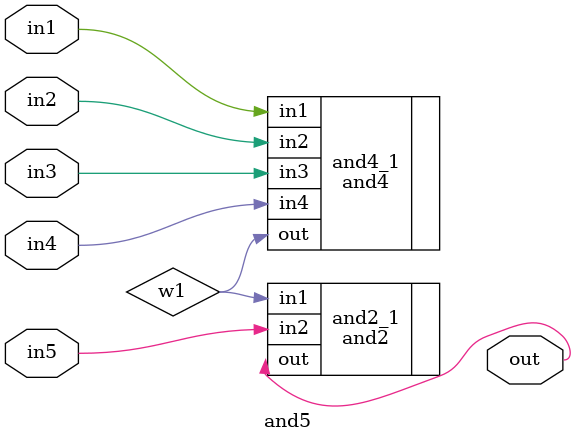
<source format=v>
`default_nettype none
module and5 (out, in1, in2, in3, in4, in5);
    output wire out;
    input wire in1, in2, in3, in4, in5;

    wire w1;

    and4 and4_1(.out(w1), .in1(in1), .in2(in2), .in3(in3), .in4(in4));
    and2 and2_1(.out(out), .in1(w1), .in2(in5));
endmodule
`default_nettype wire

</source>
